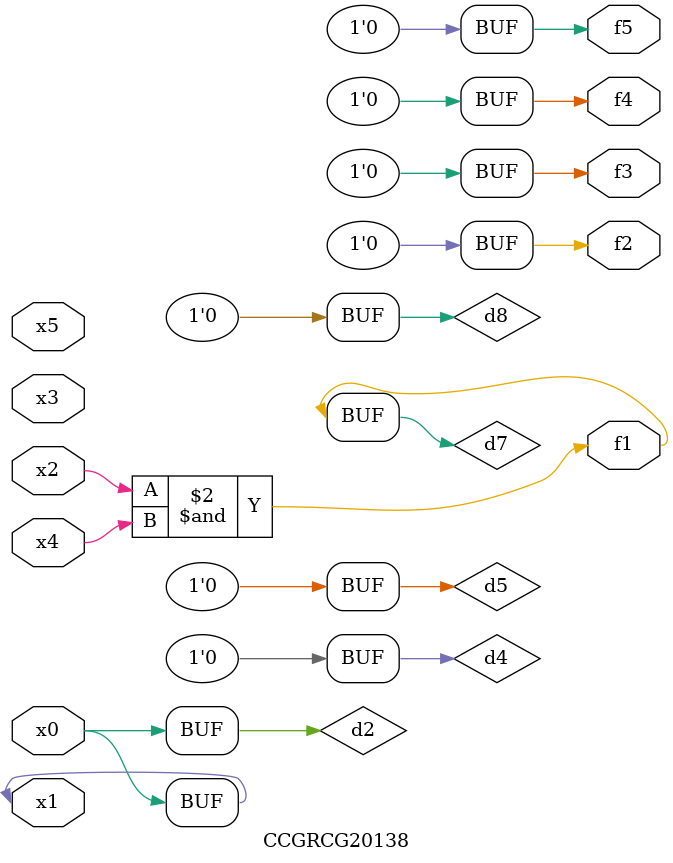
<source format=v>
module CCGRCG20138(
	input x0, x1, x2, x3, x4, x5,
	output f1, f2, f3, f4, f5
);

	wire d1, d2, d3, d4, d5, d6, d7, d8, d9;

	nand (d1, x1);
	buf (d2, x0, x1);
	nand (d3, x2, x4);
	and (d4, d1, d2);
	and (d5, d1, d2);
	nand (d6, d1, d3);
	not (d7, d3);
	xor (d8, d5);
	nor (d9, d5, d6);
	assign f1 = d7;
	assign f2 = d8;
	assign f3 = d8;
	assign f4 = d8;
	assign f5 = d8;
endmodule

</source>
